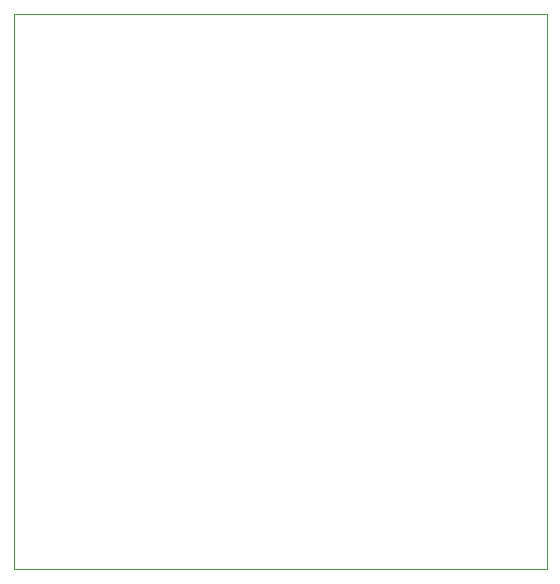
<source format=gbr>
%TF.GenerationSoftware,KiCad,Pcbnew,(5.1.10)-1*%
%TF.CreationDate,2021-10-09T15:55:09-04:00*%
%TF.ProjectId,usbPowerControl,75736250-6f77-4657-9243-6f6e74726f6c,rev?*%
%TF.SameCoordinates,Original*%
%TF.FileFunction,Profile,NP*%
%FSLAX46Y46*%
G04 Gerber Fmt 4.6, Leading zero omitted, Abs format (unit mm)*
G04 Created by KiCad (PCBNEW (5.1.10)-1) date 2021-10-09 15:55:09*
%MOMM*%
%LPD*%
G01*
G04 APERTURE LIST*
%TA.AperFunction,Profile*%
%ADD10C,0.100000*%
%TD*%
G04 APERTURE END LIST*
D10*
X119600000Y-48800000D02*
X119600000Y-95800000D01*
X74500000Y-48800000D02*
X119600000Y-48800000D01*
X74500000Y-95800000D02*
X74500000Y-48800000D01*
X119600000Y-95800000D02*
X74500000Y-95800000D01*
M02*

</source>
